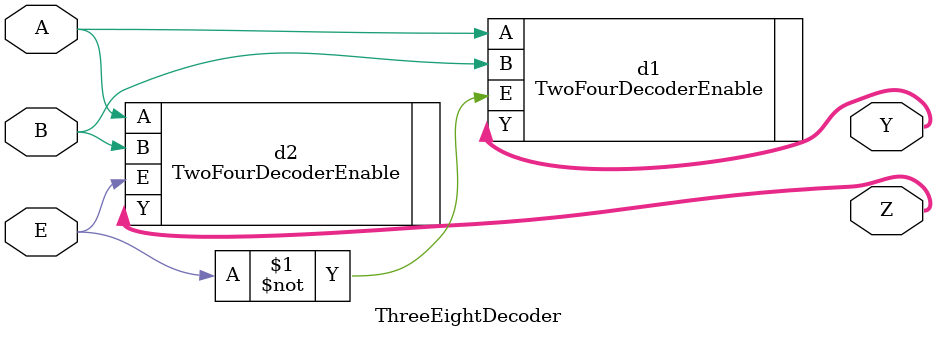
<source format=v>
`timescale 1ns / 1ps


module ThreeEightDecoder(
    input A,
    input B,
    //Have 3 inputs and 8 outputs per decoder specification
    input E,
    //Using a bus for output so I don't have to type output Y1, output Y2, etc...
    //Can't just do [7:0]Y because my output is divided between two decoders each outputting 4 signals
    output [3:0]Y,
    output [3:0]Z
    );
    //In the parenthesis is from the current file
    //Next to the period is from the referenced file
    //Note how I invert the Enable signal going into this decoder so only 1 decoder is enabled at a time
    TwoFourDecoderEnable d1(.A(A),.B(B),.E(~E),.Y(Y));
    TwoFourDecoderEnable d2(.A(A),.B(B),.E(E),.Y(Z));
endmodule

</source>
